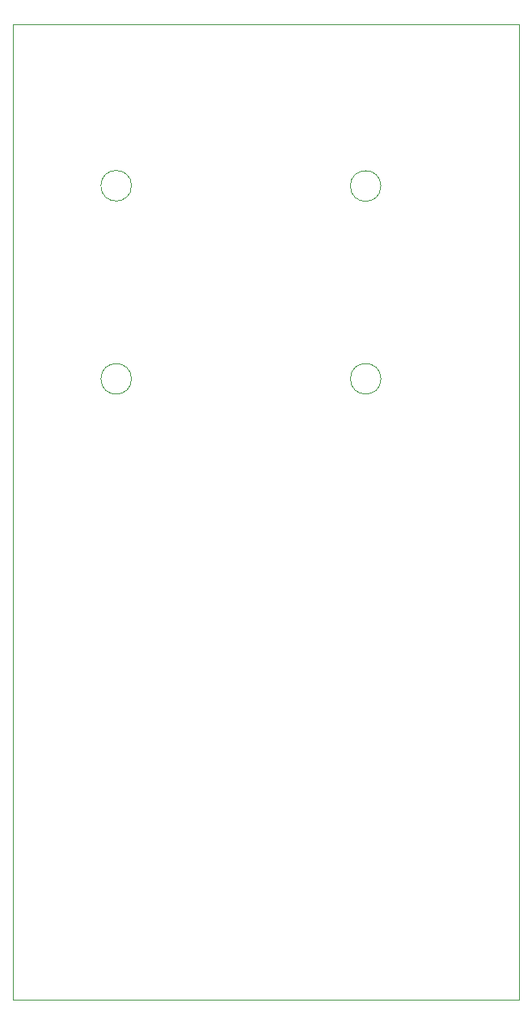
<source format=gbr>
%TF.GenerationSoftware,KiCad,Pcbnew,8.0.2*%
%TF.CreationDate,2024-05-13T00:00:15+01:00*%
%TF.ProjectId,Left_Controller_PCB_Bluetooth,4c656674-5f43-46f6-9e74-726f6c6c6572,V1.2*%
%TF.SameCoordinates,Original*%
%TF.FileFunction,Profile,NP*%
%FSLAX46Y46*%
G04 Gerber Fmt 4.6, Leading zero omitted, Abs format (unit mm)*
G04 Created by KiCad (PCBNEW 8.0.2) date 2024-05-13 00:00:15*
%MOMM*%
%LPD*%
G01*
G04 APERTURE LIST*
%TA.AperFunction,Profile*%
%ADD10C,0.050000*%
%TD*%
G04 APERTURE END LIST*
D10*
X117000000Y-47000000D02*
X170000000Y-47000000D01*
X170000000Y-149000000D01*
X117000000Y-149000000D01*
X117000000Y-47000000D01*
%TO.C,JoystickL1*%
X129414500Y-63900000D02*
G75*
G02*
X126214500Y-63900000I-1600000J0D01*
G01*
X126214500Y-63900000D02*
G75*
G02*
X129414500Y-63900000I1600000J0D01*
G01*
X129414500Y-84100000D02*
G75*
G02*
X126214500Y-84100000I-1600000J0D01*
G01*
X126214500Y-84100000D02*
G75*
G02*
X129414500Y-84100000I1600000J0D01*
G01*
X155534500Y-63930000D02*
G75*
G02*
X152334500Y-63930000I-1600000J0D01*
G01*
X152334500Y-63930000D02*
G75*
G02*
X155534500Y-63930000I1600000J0D01*
G01*
X155544500Y-84090650D02*
G75*
G02*
X152344500Y-84090650I-1600000J0D01*
G01*
X152344500Y-84090650D02*
G75*
G02*
X155544500Y-84090650I1600000J0D01*
G01*
%TD*%
M02*

</source>
